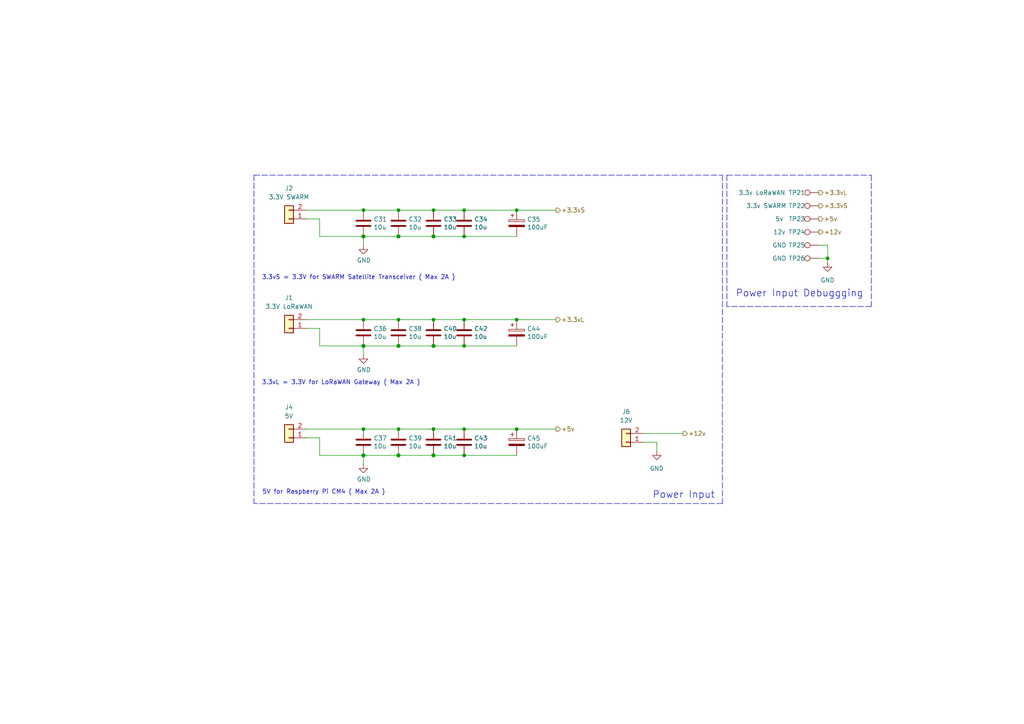
<source format=kicad_sch>
(kicad_sch (version 20211123) (generator eeschema)
  (paper "A4")
  (lib_symbols
    (symbol "Connector:TestPoint" (pin_numbers hide) (pin_names (offset 0.762) hide)
      (property "Reference" "TP" (at 0 6.858 0))
      (property "Value" "TestPoint" (at 0 5.08 0))
      (symbol "TestPoint_0_1"
        (circle (center 0 3.302) (radius 0.762))
      )
      (symbol "TestPoint_1_1"
        (pin passive line (at 0 0 90) (length 2.54) (name "1") (number "1"))
      )
    )
    (symbol "Connector_Generic:Conn_01x02" (pin_names (offset 1.016) hide)
      (property "Reference" "J" (at 0 2.54 0))
      (property "Value" "Conn_01x02" (at 0 -5.08 0))
      (symbol "Conn_01x02_1_1"
        (rectangle (start -1.27 -2.413) (end 0 -2.667) (stroke (width 0.1524)))
        (rectangle (start -1.27 0.127) (end 0 -0.127) (stroke (width 0.1524)))
        (rectangle (start -1.27 1.27) (end 1.27 -3.81) (stroke (width 0.254)) (fill (type background)))
        (pin passive line (at -5.08 0 0) (length 3.81) (name "Pin_1") (number "1"))
        (pin passive line (at -5.08 -2.54 0) (length 3.81) (name "Pin_2") (number "2"))
      )
    )
    (symbol "Device:C" (pin_numbers hide) (pin_names (offset 0.254))
      (property "Reference" "C" (at 0.635 2.54 0))
      (property "Value" "C" (at 0.635 -2.54 0))
      (symbol "C_0_1"
        (polyline (pts (xy -2.032 -0.762) (xy 2.032 -0.762)) (stroke (width 0.508)))
        (polyline (pts (xy -2.032 0.762) (xy 2.032 0.762)) (stroke (width 0.508)))
      )
      (symbol "C_1_1"
        (pin passive line (at 0 3.81 270) (length 2.794) (name "~") (number "1"))
        (pin passive line (at 0 -3.81 90) (length 2.794) (name "~") (number "2"))
      )
    )
    (symbol "Device:CP" (pin_numbers hide) (pin_names (offset 0.254))
      (property "Reference" "C" (at 0.635 2.54 0))
      (property "Value" "CP" (at 0.635 -2.54 0))
      (symbol "CP_0_1"
        (rectangle (start -2.286 0.508) (end 2.286 1.016))
        (polyline (pts (xy -1.778 2.286) (xy -0.762 2.286)))
        (polyline (pts (xy -1.27 2.794) (xy -1.27 1.778)))
        (rectangle (start 2.286 -0.508) (end -2.286 -1.016) (fill (type outline)))
      )
      (symbol "CP_1_1"
        (pin passive line (at 0 3.81 270) (length 2.794) (name "~") (number "1"))
        (pin passive line (at 0 -3.81 90) (length 2.794) (name "~") (number "2"))
      )
    )
    (symbol "power:GND" (power) (pin_names (offset 0))
      (property "Value" "GND" (at 0 -3.81 0))
      (symbol "GND_0_1"
        (polyline (pts (xy 0 0) (xy 0 -1.27) (xy 1.27 -1.27) (xy 0 -2.54) (xy -1.27 -1.27) (xy 0 -1.27)))
      )
      (symbol "GND_1_1"
        (pin power_in line (at 0 0 270) (length 0) hide (name "GND") (number "1"))
      )
    )
  )
  (junction (at 125.73 60.96))
  (junction (at 115.57 92.71))
  (junction (at 115.57 124.46))
  (junction (at 240.03 74.93))
  (junction (at 149.86 92.71))
  (junction (at 105.41 92.71))
  (junction (at 115.57 100.33) (diameter 1.016))
  (junction (at 149.86 124.46))
  (junction (at 105.41 124.46))
  (junction (at 134.62 60.96))
  (junction (at 134.62 124.46))
  (junction (at 125.73 124.46))
  (junction (at 105.41 100.33) (diameter 1.016))
  (junction (at 115.57 68.58) (diameter 1.016))
  (junction (at 134.62 68.58))
  (junction (at 125.73 92.71))
  (junction (at 125.73 100.33) (diameter 1.016))
  (junction (at 134.62 100.33))
  (junction (at 105.41 132.08) (diameter 1.016))
  (junction (at 134.62 92.71))
  (junction (at 115.57 60.96))
  (junction (at 115.57 132.08) (diameter 1.016))
  (junction (at 105.41 68.58) (diameter 1.016))
  (junction (at 125.73 68.58) (diameter 1.016))
  (junction (at 125.73 132.08) (diameter 1.016))
  (junction (at 134.62 132.08))
  (junction (at 105.41 60.96))
  (junction (at 149.86 60.96))
  (wire (pts (xy 134.62 132.08) (xy 149.86 132.08)))
  (wire (pts (xy 125.73 100.33) (xy 115.57 100.33)))
  (wire (pts (xy 105.41 92.71) (xy 115.57 92.71)))
  (wire (pts (xy 149.86 124.46) (xy 161.29 124.46)))
  (wire (pts (xy 92.71 95.25) (xy 92.71 100.33)))
  (wire (pts (xy 105.41 124.46) (xy 115.57 124.46)))
  (polyline (pts (xy 73.66 50.8) (xy 73.66 146.05)))
  (wire (pts (xy 88.9 60.96) (xy 105.41 60.96)))
  (wire (pts (xy 134.62 100.33) (xy 149.86 100.33)))
  (wire (pts (xy 92.71 132.08) (xy 105.41 132.08)))
  (wire (pts (xy 88.9 124.46) (xy 105.41 124.46)))
  (wire (pts (xy 125.73 132.08) (xy 115.57 132.08)))
  (wire (pts (xy 134.62 124.46) (xy 149.86 124.46)))
  (polyline (pts (xy 73.66 50.8) (xy 209.55 50.8)))
  (wire (pts (xy 134.62 100.33) (xy 125.73 100.33)))
  (wire (pts (xy 134.62 132.08) (xy 125.73 132.08)))
  (wire (pts (xy 115.57 124.46) (xy 125.73 124.46)))
  (wire (pts (xy 115.57 68.58) (xy 105.41 68.58)))
  (wire (pts (xy 125.73 68.58) (xy 115.57 68.58)))
  (wire (pts (xy 92.71 63.5) (xy 92.71 68.58)))
  (wire (pts (xy 240.03 74.93) (xy 240.03 76.2)))
  (wire (pts (xy 105.41 60.96) (xy 115.57 60.96)))
  (wire (pts (xy 186.69 128.27) (xy 190.5 128.27)))
  (wire (pts (xy 240.03 71.12) (xy 240.03 74.93)))
  (wire (pts (xy 186.69 125.73) (xy 198.12 125.73)))
  (wire (pts (xy 134.62 68.58) (xy 149.86 68.58)))
  (wire (pts (xy 115.57 100.33) (xy 105.41 100.33)))
  (polyline (pts (xy 252.73 50.8) (xy 252.73 88.9)))
  (polyline (pts (xy 210.82 50.8) (xy 210.82 88.9)))
  (wire (pts (xy 105.41 68.58) (xy 105.41 71.12)))
  (wire (pts (xy 237.49 71.12) (xy 240.03 71.12)))
  (wire (pts (xy 88.9 92.71) (xy 105.41 92.71)))
  (wire (pts (xy 134.62 92.71) (xy 149.86 92.71)))
  (polyline (pts (xy 210.82 50.8) (xy 252.73 50.8)))
  (polyline (pts (xy 209.55 146.05) (xy 73.66 146.05)))
  (wire (pts (xy 88.9 127) (xy 92.71 127)))
  (wire (pts (xy 149.86 60.96) (xy 161.29 60.96)))
  (polyline (pts (xy 252.73 88.9) (xy 210.82 88.9)))
  (wire (pts (xy 88.9 95.25) (xy 92.71 95.25)))
  (wire (pts (xy 134.62 68.58) (xy 125.73 68.58)))
  (wire (pts (xy 88.9 63.5) (xy 92.71 63.5)))
  (wire (pts (xy 237.49 74.93) (xy 240.03 74.93)))
  (wire (pts (xy 92.71 68.58) (xy 105.41 68.58)))
  (wire (pts (xy 105.41 132.08) (xy 105.41 134.62)))
  (wire (pts (xy 190.5 128.27) (xy 190.5 130.81)))
  (wire (pts (xy 115.57 60.96) (xy 125.73 60.96)))
  (wire (pts (xy 125.73 124.46) (xy 134.62 124.46)))
  (wire (pts (xy 115.57 132.08) (xy 105.41 132.08)))
  (wire (pts (xy 134.62 60.96) (xy 149.86 60.96)))
  (polyline (pts (xy 209.55 50.8) (xy 209.55 146.05)))
  (wire (pts (xy 92.71 127) (xy 92.71 132.08)))
  (wire (pts (xy 149.86 92.71) (xy 161.29 92.71)))
  (wire (pts (xy 105.41 100.33) (xy 105.41 102.87)))
  (wire (pts (xy 125.73 92.71) (xy 134.62 92.71)))
  (wire (pts (xy 115.57 92.71) (xy 125.73 92.71)))
  (wire (pts (xy 92.71 100.33) (xy 105.41 100.33)))
  (wire (pts (xy 125.73 60.96) (xy 134.62 60.96)))
  (text "3.3vS = 3.3V for SWARM Satellite Transceiver ( Max 2A )" (at 132.08 81.28 180) (effects (font (size 1.27 1.27)) (justify right bottom)))
  (text "5V for Raspberry Pi CM4 ( Max 2A )" (at 111.76 143.51 180) (effects (font (size 1.27 1.27)) (justify right bottom)))
  (text "3.3vL = 3.3V for LoRaWAN Gateway ( Max 2A )" (at 121.92 111.76 180) (effects (font (size 1.27 1.27)) (justify right bottom)))
  (text "Power Input Debuggging" (at 213.36 86.36 0) (effects (font (size 2.0066 2.0066)) (justify left bottom)))
  (text "Power Input" (at 189.23 144.78 0) (effects (font (size 2.0066 2.0066)) (justify left bottom)))
  (hierarchical_label "+5v" (shape output) (at 161.29 124.46 0))
  (hierarchical_label "+3.3vS" (shape output) (at 237.49 59.69 0))
  (hierarchical_label "+5v" (shape output) (at 237.49 63.5 0))
  (hierarchical_label "+3.3vL" (shape output) (at 161.29 92.71 0))
  (hierarchical_label "+12v" (shape output) (at 198.12 125.73 0))
  (hierarchical_label "+3.3vS" (shape output) (at 161.29 60.96 0))
  (hierarchical_label "+3.3vL" (shape output) (at 237.49 55.88 0))
  (hierarchical_label "+12v" (shape output) (at 237.49 67.31 0))
  (symbol (lib_id "power:GND") (at 190.5 130.81 0) (unit 1)
    (property "Reference" "#PWR0138" (effects hide))
    (property "Value" "GND" (at 190.5 135.89 0))
  )
  (symbol (lib_id "Connector_Generic:Conn_01x02") (at 83.82 127 180) (unit 1)
    (property "Reference" "J4" (at 83.82 118.11 0))
    (property "Value" "5V" (at 83.82 120.65 0))
    (property "Footprint" "Teapot:PogoPinContact_2_P4.8mm_D2.3mm_H0.7mm" (effects hide))
  )
  (symbol (lib_id "Device:C") (at 125.73 64.77 0) (unit 1)
    (property "Reference" "C33" (at 128.651 63.6016 0) (effects (justify left)))
    (property "Value" "10u" (at 128.651 65.913 0) (effects (justify left)))
    (property "Footprint" "Capacitor_SMD:C_0805_2012Metric" (effects hide))
    (property "Datasheet" "https://search.murata.co.jp/Ceramy/image/img/A01X/G101/ENG/GRM21BR71A106KA73-01.pdf" (effects hide))
    (property "Field5" "490-14381-1-ND" (effects hide))
    (property "Field4" "Digikey" (effects hide))
    (property "Field6" "GRM21BR71A106KA73L" (effects hide))
    (property "Field7" "Murata" (effects hide))
    (property "Part Description" "	10uF 10% 10V Ceramic Capacitor X7R 0805 (2012 Metric)" (effects hide))
    (property "Field8" "111893011" (effects hide))
  )
  (symbol (lib_id "Connector:TestPoint") (at 237.49 55.88 90) (unit 1)
    (property "Reference" "TP21" (at 231.14 55.88 90))
    (property "Value" "3.3v LoRaWAN" (at 220.98 55.88 90))
    (property "Footprint" "TestPoint:TestPoint_Pad_D1.0mm" (effects hide))
  )
  (symbol (lib_id "Device:C") (at 105.41 64.77 0) (unit 1)
    (property "Reference" "C31" (at 108.331 63.6016 0) (effects (justify left)))
    (property "Value" "10u" (at 108.331 65.913 0) (effects (justify left)))
    (property "Footprint" "Capacitor_SMD:C_0805_2012Metric" (effects hide))
    (property "Datasheet" "https://search.murata.co.jp/Ceramy/image/img/A01X/G101/ENG/GRM21BR71A106KA73-01.pdf" (effects hide))
    (property "Field5" "490-14381-1-ND" (effects hide))
    (property "Field4" "Digikey" (effects hide))
    (property "Field6" "GRM21BR71A106KA73L" (effects hide))
    (property "Field7" "Murata" (effects hide))
    (property "Part Description" "	10uF 10% 10V Ceramic Capacitor X7R 0805 (2012 Metric)" (effects hide))
    (property "Field8" "111893011" (effects hide))
  )
  (symbol (lib_id "Device:C") (at 125.73 128.27 0) (unit 1)
    (property "Reference" "C41" (at 128.651 127.1016 0) (effects (justify left)))
    (property "Value" "10u" (at 128.651 129.413 0) (effects (justify left)))
    (property "Footprint" "Capacitor_SMD:C_0805_2012Metric" (effects hide))
    (property "Datasheet" "https://search.murata.co.jp/Ceramy/image/img/A01X/G101/ENG/GRM21BR71A106KA73-01.pdf" (effects hide))
    (property "Field5" "490-14381-1-ND" (effects hide))
    (property "Field4" "Digikey" (effects hide))
    (property "Field6" "GRM21BR71A106KA73L" (effects hide))
    (property "Field7" "Murata" (effects hide))
    (property "Part Description" "	10uF 10% 10V Ceramic Capacitor X7R 0805 (2012 Metric)" (effects hide))
    (property "Field8" "111893011" (effects hide))
  )
  (symbol (lib_id "Device:CP") (at 149.86 64.77 0) (unit 1)
    (property "Reference" "C35" (at 152.8572 63.627 0) (effects (justify left)))
    (property "Value" "100uF" (at 152.8572 65.913 0) (effects (justify left)))
    (property "Footprint" "Capacitor_Tantalum_SMD:CP_EIA-7343-31_Kemet-D" (effects hide))
    (property "Field4" "Mouser" (effects hide))
    (property "Field5" "667-EEF-CX0J101R" (effects hide))
    (property "Part Description" "Capacitor, SP-Cap, 100u, 6.3V, 15mR ESR" (effects hide))
  )
  (symbol (lib_id "Device:C") (at 134.62 64.77 0) (unit 1)
    (property "Reference" "C34" (at 137.541 63.6016 0) (effects (justify left)))
    (property "Value" "10u" (at 137.541 65.913 0) (effects (justify left)))
    (property "Footprint" "Capacitor_SMD:C_0805_2012Metric" (effects hide))
    (property "Datasheet" "https://search.murata.co.jp/Ceramy/image/img/A01X/G101/ENG/GRM21BR71A106KA73-01.pdf" (effects hide))
    (property "Field5" "490-14381-1-ND" (effects hide))
    (property "Field4" "Digikey" (effects hide))
    (property "Field6" "GRM21BR71A106KA73L" (effects hide))
    (property "Field7" "Murata" (effects hide))
    (property "Part Description" "	10uF 10% 10V Ceramic Capacitor X7R 0805 (2012 Metric)" (effects hide))
    (property "Field8" "111893011" (effects hide))
  )
  (symbol (lib_id "Device:C") (at 115.57 64.77 0) (unit 1)
    (property "Reference" "C32" (at 118.491 63.6016 0) (effects (justify left)))
    (property "Value" "10u" (at 118.491 65.913 0) (effects (justify left)))
    (property "Footprint" "Capacitor_SMD:C_0805_2012Metric" (effects hide))
    (property "Datasheet" "https://search.murata.co.jp/Ceramy/image/img/A01X/G101/ENG/GRM21BR71A106KA73-01.pdf" (effects hide))
    (property "Field5" "490-14381-1-ND" (effects hide))
    (property "Field4" "Digikey" (effects hide))
    (property "Field6" "GRM21BR71A106KA73L" (effects hide))
    (property "Field7" "Murata" (effects hide))
    (property "Part Description" "	10uF 10% 10V Ceramic Capacitor X7R 0805 (2012 Metric)" (effects hide))
    (property "Field8" "111893011" (effects hide))
  )
  (symbol (lib_id "Device:C") (at 115.57 96.52 0) (unit 1)
    (property "Reference" "C38" (at 118.491 95.3516 0) (effects (justify left)))
    (property "Value" "10u" (at 118.491 97.663 0) (effects (justify left)))
    (property "Footprint" "Capacitor_SMD:C_0805_2012Metric" (effects hide))
    (property "Datasheet" "https://search.murata.co.jp/Ceramy/image/img/A01X/G101/ENG/GRM21BR71A106KA73-01.pdf" (effects hide))
    (property "Field5" "490-14381-1-ND" (effects hide))
    (property "Field4" "Digikey" (effects hide))
    (property "Field6" "GRM21BR71A106KA73L" (effects hide))
    (property "Field7" "Murata" (effects hide))
    (property "Part Description" "	10uF 10% 10V Ceramic Capacitor X7R 0805 (2012 Metric)" (effects hide))
    (property "Field8" "111893011" (effects hide))
  )
  (symbol (lib_id "Device:C") (at 134.62 128.27 0) (unit 1)
    (property "Reference" "C43" (at 137.541 127.1016 0) (effects (justify left)))
    (property "Value" "10u" (at 137.541 129.413 0) (effects (justify left)))
    (property "Footprint" "Capacitor_SMD:C_0805_2012Metric" (effects hide))
    (property "Datasheet" "https://search.murata.co.jp/Ceramy/image/img/A01X/G101/ENG/GRM21BR71A106KA73-01.pdf" (effects hide))
    (property "Field5" "490-14381-1-ND" (effects hide))
    (property "Field4" "Digikey" (effects hide))
    (property "Field6" "GRM21BR71A106KA73L" (effects hide))
    (property "Field7" "Murata" (effects hide))
    (property "Part Description" "	10uF 10% 10V Ceramic Capacitor X7R 0805 (2012 Metric)" (effects hide))
    (property "Field8" "111893011" (effects hide))
  )
  (symbol (lib_id "Device:CP") (at 149.86 96.52 0) (unit 1)
    (property "Reference" "C44" (at 152.8572 95.377 0) (effects (justify left)))
    (property "Value" "100uF" (at 152.8572 97.663 0) (effects (justify left)))
    (property "Footprint" "Capacitor_Tantalum_SMD:CP_EIA-7343-31_Kemet-D" (effects hide))
    (property "Field4" "Mouser" (effects hide))
    (property "Field5" "667-EEF-CX0J101R" (effects hide))
    (property "Part Description" "Capacitor, SP-Cap, 100u, 6.3V, 15mR ESR" (effects hide))
  )
  (symbol (lib_id "Connector_Generic:Conn_01x02") (at 83.82 63.5 180) (unit 1)
    (property "Reference" "J2" (at 83.82 54.61 0))
    (property "Value" "3.3V SWARM" (at 83.82 57.15 0))
    (property "Footprint" "Teapot:PogoPinContact_2_P4.8mm_D2.3mm_H0.7mm" (effects hide))
  )
  (symbol (lib_id "Device:C") (at 134.62 96.52 0) (unit 1)
    (property "Reference" "C42" (at 137.541 95.3516 0) (effects (justify left)))
    (property "Value" "10u" (at 137.541 97.663 0) (effects (justify left)))
    (property "Footprint" "Capacitor_SMD:C_0805_2012Metric" (effects hide))
    (property "Datasheet" "https://search.murata.co.jp/Ceramy/image/img/A01X/G101/ENG/GRM21BR71A106KA73-01.pdf" (effects hide))
    (property "Field5" "490-14381-1-ND" (effects hide))
    (property "Field4" "Digikey" (effects hide))
    (property "Field6" "GRM21BR71A106KA73L" (effects hide))
    (property "Field7" "Murata" (effects hide))
    (property "Part Description" "	10uF 10% 10V Ceramic Capacitor X7R 0805 (2012 Metric)" (effects hide))
    (property "Field8" "111893011" (effects hide))
  )
  (symbol (lib_id "Connector:TestPoint") (at 237.49 63.5 90) (unit 1)
    (property "Reference" "TP23" (at 231.14 63.5 90))
    (property "Value" "5v" (at 226.06 63.5 90))
    (property "Footprint" "TestPoint:TestPoint_Pad_D1.0mm" (effects hide))
  )
  (symbol (lib_id "Device:C") (at 115.57 128.27 0) (unit 1)
    (property "Reference" "C39" (at 118.491 127.1016 0) (effects (justify left)))
    (property "Value" "10u" (at 118.491 129.413 0) (effects (justify left)))
    (property "Footprint" "Capacitor_SMD:C_0805_2012Metric" (effects hide))
    (property "Datasheet" "https://search.murata.co.jp/Ceramy/image/img/A01X/G101/ENG/GRM21BR71A106KA73-01.pdf" (effects hide))
    (property "Field5" "490-14381-1-ND" (effects hide))
    (property "Field4" "Digikey" (effects hide))
    (property "Field6" "GRM21BR71A106KA73L" (effects hide))
    (property "Field7" "Murata" (effects hide))
    (property "Part Description" "	10uF 10% 10V Ceramic Capacitor X7R 0805 (2012 Metric)" (effects hide))
    (property "Field8" "111893011" (effects hide))
  )
  (symbol (lib_id "Connector:TestPoint") (at 237.49 74.93 90) (unit 1)
    (property "Reference" "TP26" (at 231.14 74.93 90))
    (property "Value" "GND" (at 226.06 74.93 90))
    (property "Footprint" "TestPoint:TestPoint_Pad_D1.0mm" (effects hide))
  )
  (symbol (lib_id "Connector:TestPoint") (at 237.49 71.12 90) (unit 1)
    (property "Reference" "TP25" (at 231.14 71.12 90))
    (property "Value" "GND" (at 226.06 71.12 90))
    (property "Footprint" "TestPoint:TestPoint_Pad_D1.0mm" (effects hide))
  )
  (symbol (lib_id "Connector_Generic:Conn_01x02") (at 83.82 95.25 180) (unit 1)
    (property "Reference" "J1" (at 83.82 86.36 0))
    (property "Value" "3.3V LoRaWAN" (at 83.82 88.9 0))
    (property "Footprint" "Teapot:PogoPinContact_2_P4.8mm_D2.3mm_H0.7mm" (effects hide))
  )
  (symbol (lib_id "Device:C") (at 125.73 96.52 0) (unit 1)
    (property "Reference" "C40" (at 128.651 95.3516 0) (effects (justify left)))
    (property "Value" "10u" (at 128.651 97.663 0) (effects (justify left)))
    (property "Footprint" "Capacitor_SMD:C_0805_2012Metric" (effects hide))
    (property "Datasheet" "https://search.murata.co.jp/Ceramy/image/img/A01X/G101/ENG/GRM21BR71A106KA73-01.pdf" (effects hide))
    (property "Field5" "490-14381-1-ND" (effects hide))
    (property "Field4" "Digikey" (effects hide))
    (property "Field6" "GRM21BR71A106KA73L" (effects hide))
    (property "Field7" "Murata" (effects hide))
    (property "Part Description" "	10uF 10% 10V Ceramic Capacitor X7R 0805 (2012 Metric)" (effects hide))
    (property "Field8" "111893011" (effects hide))
  )
  (symbol (lib_id "Connector:TestPoint") (at 237.49 59.69 90) (unit 1)
    (property "Reference" "TP22" (at 231.14 59.69 90))
    (property "Value" "3.3v SWARM" (at 222.25 59.69 90))
    (property "Footprint" "TestPoint:TestPoint_Pad_D1.0mm" (effects hide))
  )
  (symbol (lib_id "power:GND") (at 105.41 71.12 0) (unit 1)
    (property "Reference" "#PWR0137" (effects hide))
    (property "Value" "GND" (at 105.537 75.5142 0))
  )
  (symbol (lib_id "power:GND") (at 240.03 76.2 0) (unit 1)
    (property "Reference" "#PWR0136" (effects hide))
    (property "Value" "GND" (at 240.03 81.28 0))
  )
  (symbol (lib_id "Device:CP") (at 149.86 128.27 0) (unit 1)
    (property "Reference" "C45" (at 152.8572 127.127 0) (effects (justify left)))
    (property "Value" "100uF" (at 152.8572 129.413 0) (effects (justify left)))
    (property "Footprint" "Capacitor_Tantalum_SMD:CP_EIA-7343-31_Kemet-D" (effects hide))
    (property "Field4" "Mouser" (effects hide))
    (property "Field5" "667-EEF-CX0J101R" (effects hide))
    (property "Part Description" "Capacitor, SP-Cap, 100u, 6.3V, 15mR ESR" (effects hide))
  )
  (symbol (lib_id "power:GND") (at 105.41 102.87 0) (unit 1)
    (property "Reference" "#PWR0134" (effects hide))
    (property "Value" "GND" (at 105.537 107.2642 0))
  )
  (symbol (lib_id "Device:C") (at 105.41 128.27 0) (unit 1)
    (property "Reference" "C37" (at 108.331 127.1016 0) (effects (justify left)))
    (property "Value" "10u" (at 108.331 129.413 0) (effects (justify left)))
    (property "Footprint" "Capacitor_SMD:C_0805_2012Metric" (effects hide))
    (property "Datasheet" "https://search.murata.co.jp/Ceramy/image/img/A01X/G101/ENG/GRM21BR71A106KA73-01.pdf" (effects hide))
    (property "Field5" "490-14381-1-ND" (effects hide))
    (property "Field4" "Digikey" (effects hide))
    (property "Field6" "GRM21BR71A106KA73L" (effects hide))
    (property "Field7" "Murata" (effects hide))
    (property "Part Description" "	10uF 10% 10V Ceramic Capacitor X7R 0805 (2012 Metric)" (effects hide))
    (property "Field8" "111893011" (effects hide))
  )
  (symbol (lib_id "Connector_Generic:Conn_01x02") (at 181.61 128.27 180) (unit 1)
    (property "Reference" "J6" (at 181.61 119.38 0))
    (property "Value" "12V" (at 181.61 121.92 0))
    (property "Footprint" "Teapot:PogoPinContact_2_P4.8mm_D2.3mm_H0.7mm" (effects hide))
  )
  (symbol (lib_id "Connector:TestPoint") (at 237.49 67.31 90) (unit 1)
    (property "Reference" "TP24" (at 231.14 67.31 90))
    (property "Value" "12v" (at 226.06 67.31 90))
    (property "Footprint" "TestPoint:TestPoint_Pad_D1.0mm" (effects hide))
  )
  (symbol (lib_id "power:GND") (at 105.41 134.62 0) (unit 1)
    (property "Reference" "#PWR0139" (effects hide))
    (property "Value" "GND" (at 105.537 139.0142 0))
  )
  (symbol (lib_id "Device:C") (at 105.41 96.52 0) (unit 1)
    (property "Reference" "C36" (at 108.331 95.3516 0) (effects (justify left)))
    (property "Value" "10u" (at 108.331 97.663 0) (effects (justify left)))
    (property "Footprint" "Capacitor_SMD:C_0805_2012Metric" (effects hide))
    (property "Datasheet" "https://search.murata.co.jp/Ceramy/image/img/A01X/G101/ENG/GRM21BR71A106KA73-01.pdf" (effects hide))
    (property "Field5" "490-14381-1-ND" (effects hide))
    (property "Field4" "Digikey" (effects hide))
    (property "Field6" "GRM21BR71A106KA73L" (effects hide))
    (property "Field7" "Murata" (effects hide))
    (property "Part Description" "	10uF 10% 10V Ceramic Capacitor X7R 0805 (2012 Metric)" (effects hide))
    (property "Field8" "111893011" (effects hide))
  )
)
</source>
